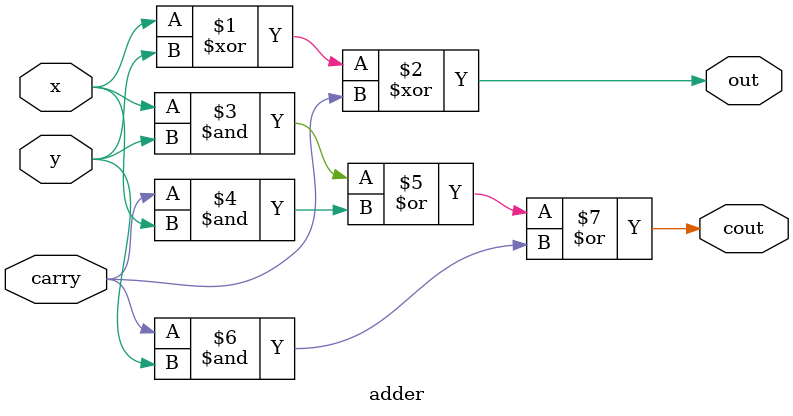
<source format=sv>
module adder (x, y, carry, out, cout);
    input x;
    input y;
    input carry;

    output out;
    output cout;


    assign out = x ^ y ^ carry;
    assign cout = (x & y) | (carry & x) | (carry & y);   

endmodule
</source>
